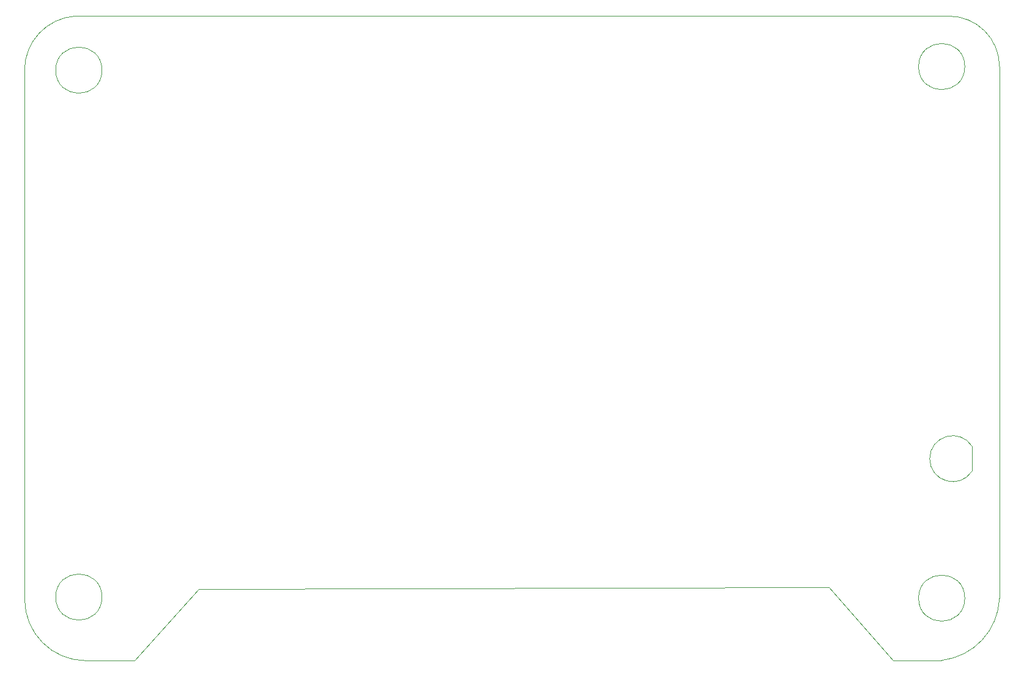
<source format=gbr>
%TF.GenerationSoftware,KiCad,Pcbnew,9.0.6*%
%TF.CreationDate,2026-02-04T00:25:10-06:00*%
%TF.ProjectId,pcblunarroverrfd900x modem,7063626c-756e-4617-9272-6f7665727266,rev?*%
%TF.SameCoordinates,Original*%
%TF.FileFunction,Profile,NP*%
%FSLAX46Y46*%
G04 Gerber Fmt 4.6, Leading zero omitted, Abs format (unit mm)*
G04 Created by KiCad (PCBNEW 9.0.6) date 2026-02-04 00:25:10*
%MOMM*%
%LPD*%
G01*
G04 APERTURE LIST*
%TA.AperFunction,Profile*%
%ADD10C,0.050000*%
%TD*%
%TA.AperFunction,Profile*%
%ADD11C,0.010000*%
%TD*%
G04 APERTURE END LIST*
D10*
X78500000Y-117300000D02*
X85200000Y-117300000D01*
X181394131Y-107093211D02*
X94084150Y-107406150D01*
X78500000Y-117300000D02*
G75*
G02*
X70000000Y-108800000I0J8500000D01*
G01*
X190294529Y-117250784D02*
X196994529Y-117250784D01*
X80701000Y-35400000D02*
G75*
G02*
X74299000Y-35400000I-3201000J0D01*
G01*
X74299000Y-35400000D02*
G75*
G02*
X80701000Y-35400000I3201000J0D01*
G01*
X205000000Y-108625000D02*
G75*
G02*
X196994532Y-117250784I-9000000J325000D01*
G01*
X69983352Y-35400000D02*
G75*
G02*
X77000000Y-27900000I7516648J0D01*
G01*
X200201000Y-108625000D02*
G75*
G02*
X193799000Y-108625000I-3201000J0D01*
G01*
X193799000Y-108625000D02*
G75*
G02*
X200201000Y-108625000I3201000J0D01*
G01*
X190294529Y-117250784D02*
X181400000Y-107100000D01*
X85200000Y-117300000D02*
X94084150Y-107406287D01*
X80701000Y-108475000D02*
G75*
G02*
X74299000Y-108475000I-3201000J0D01*
G01*
X74299000Y-108475000D02*
G75*
G02*
X80701000Y-108475000I3201000J0D01*
G01*
X198000000Y-27900000D02*
X77000000Y-27900001D01*
X205000000Y-108624996D02*
X205000000Y-34900000D01*
X198000000Y-27900000D02*
G75*
G02*
X205000000Y-34900000I0J-7000000D01*
G01*
X200201000Y-34900000D02*
G75*
G02*
X193799000Y-34900000I-3201000J0D01*
G01*
X193799000Y-34900000D02*
G75*
G02*
X200201000Y-34900000I3201000J0D01*
G01*
X70000000Y-108800000D02*
X69985000Y-35400000D01*
D11*
%TO.C,U2*%
X201226000Y-87582000D02*
X201226000Y-90982000D01*
X201226000Y-90982000D02*
G75*
G02*
X201226000Y-87582000I-2697570J1700000D01*
G01*
%TD*%
M02*

</source>
